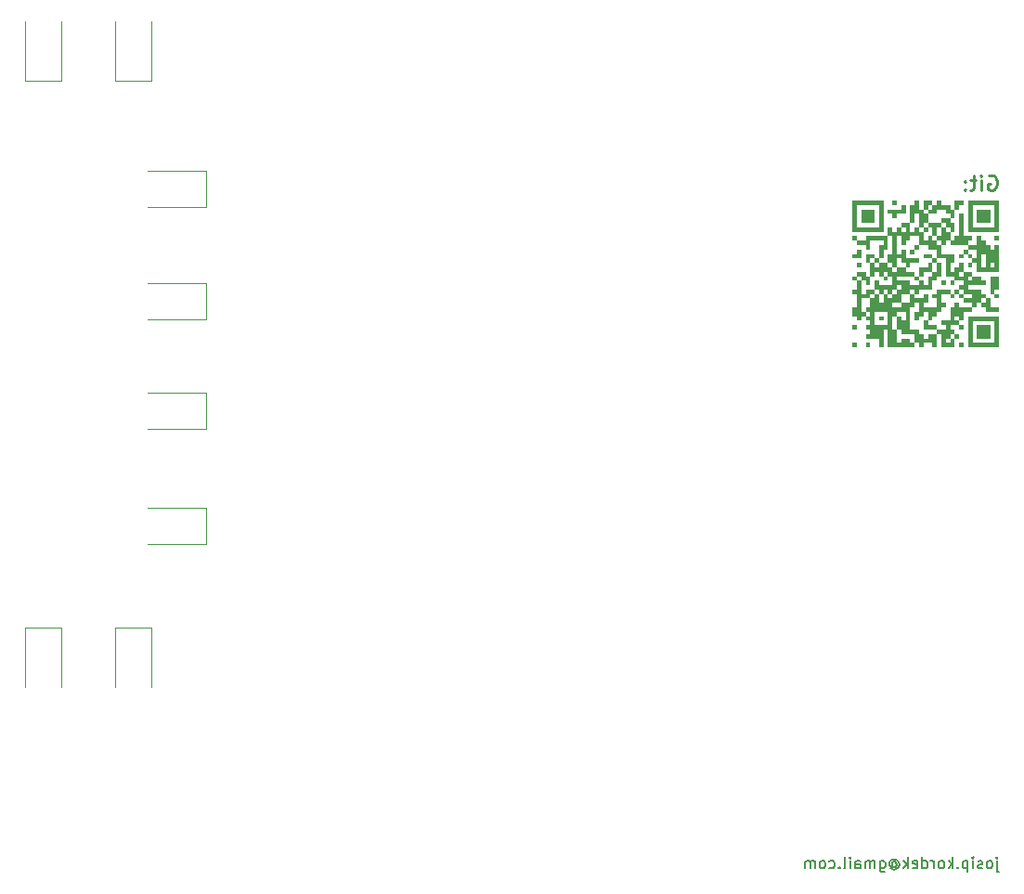
<source format=gbr>
%TF.GenerationSoftware,KiCad,Pcbnew,(6.0.6)*%
%TF.CreationDate,2022-09-15T12:52:00+02:00*%
%TF.ProjectId,myDAQExpansionBoard,6d794441-5145-4787-9061-6e73696f6e42,rev?*%
%TF.SameCoordinates,Original*%
%TF.FileFunction,Legend,Bot*%
%TF.FilePolarity,Positive*%
%FSLAX46Y46*%
G04 Gerber Fmt 4.6, Leading zero omitted, Abs format (unit mm)*
G04 Created by KiCad (PCBNEW (6.0.6)) date 2022-09-15 12:52:00*
%MOMM*%
%LPD*%
G01*
G04 APERTURE LIST*
%ADD10C,0.250000*%
%ADD11C,0.150000*%
%ADD12C,0.120000*%
G04 APERTURE END LIST*
D10*
X159950000Y-67300000D02*
X160083333Y-67233333D01*
X160283333Y-67233333D01*
X160483333Y-67300000D01*
X160616666Y-67433333D01*
X160683333Y-67566666D01*
X160750000Y-67833333D01*
X160750000Y-68033333D01*
X160683333Y-68300000D01*
X160616666Y-68433333D01*
X160483333Y-68566666D01*
X160283333Y-68633333D01*
X160150000Y-68633333D01*
X159950000Y-68566666D01*
X159883333Y-68500000D01*
X159883333Y-68033333D01*
X160150000Y-68033333D01*
X159283333Y-68633333D02*
X159283333Y-67700000D01*
X159283333Y-67233333D02*
X159350000Y-67300000D01*
X159283333Y-67366666D01*
X159216666Y-67300000D01*
X159283333Y-67233333D01*
X159283333Y-67366666D01*
X158816666Y-67700000D02*
X158283333Y-67700000D01*
X158616666Y-67233333D02*
X158616666Y-68433333D01*
X158550000Y-68566666D01*
X158416666Y-68633333D01*
X158283333Y-68633333D01*
X157816666Y-68500000D02*
X157750000Y-68566666D01*
X157816666Y-68633333D01*
X157883333Y-68566666D01*
X157816666Y-68500000D01*
X157816666Y-68633333D01*
X157816666Y-67766666D02*
X157750000Y-67833333D01*
X157816666Y-67900000D01*
X157883333Y-67833333D01*
X157816666Y-67766666D01*
X157816666Y-67900000D01*
D11*
X160738095Y-129785714D02*
X160738095Y-130642857D01*
X160785714Y-130738095D01*
X160880952Y-130785714D01*
X160928571Y-130785714D01*
X160738095Y-129452380D02*
X160785714Y-129500000D01*
X160738095Y-129547619D01*
X160690476Y-129500000D01*
X160738095Y-129452380D01*
X160738095Y-129547619D01*
X160119047Y-130452380D02*
X160214285Y-130404761D01*
X160261904Y-130357142D01*
X160309523Y-130261904D01*
X160309523Y-129976190D01*
X160261904Y-129880952D01*
X160214285Y-129833333D01*
X160119047Y-129785714D01*
X159976190Y-129785714D01*
X159880952Y-129833333D01*
X159833333Y-129880952D01*
X159785714Y-129976190D01*
X159785714Y-130261904D01*
X159833333Y-130357142D01*
X159880952Y-130404761D01*
X159976190Y-130452380D01*
X160119047Y-130452380D01*
X159404761Y-130404761D02*
X159309523Y-130452380D01*
X159119047Y-130452380D01*
X159023809Y-130404761D01*
X158976190Y-130309523D01*
X158976190Y-130261904D01*
X159023809Y-130166666D01*
X159119047Y-130119047D01*
X159261904Y-130119047D01*
X159357142Y-130071428D01*
X159404761Y-129976190D01*
X159404761Y-129928571D01*
X159357142Y-129833333D01*
X159261904Y-129785714D01*
X159119047Y-129785714D01*
X159023809Y-129833333D01*
X158547619Y-130452380D02*
X158547619Y-129785714D01*
X158547619Y-129452380D02*
X158595238Y-129500000D01*
X158547619Y-129547619D01*
X158500000Y-129500000D01*
X158547619Y-129452380D01*
X158547619Y-129547619D01*
X158071428Y-129785714D02*
X158071428Y-130785714D01*
X158071428Y-129833333D02*
X157976190Y-129785714D01*
X157785714Y-129785714D01*
X157690476Y-129833333D01*
X157642857Y-129880952D01*
X157595238Y-129976190D01*
X157595238Y-130261904D01*
X157642857Y-130357142D01*
X157690476Y-130404761D01*
X157785714Y-130452380D01*
X157976190Y-130452380D01*
X158071428Y-130404761D01*
X157166666Y-130357142D02*
X157119047Y-130404761D01*
X157166666Y-130452380D01*
X157214285Y-130404761D01*
X157166666Y-130357142D01*
X157166666Y-130452380D01*
X156690476Y-130452380D02*
X156690476Y-129452380D01*
X156595238Y-130071428D02*
X156309523Y-130452380D01*
X156309523Y-129785714D02*
X156690476Y-130166666D01*
X155738095Y-130452380D02*
X155833333Y-130404761D01*
X155880952Y-130357142D01*
X155928571Y-130261904D01*
X155928571Y-129976190D01*
X155880952Y-129880952D01*
X155833333Y-129833333D01*
X155738095Y-129785714D01*
X155595238Y-129785714D01*
X155500000Y-129833333D01*
X155452380Y-129880952D01*
X155404761Y-129976190D01*
X155404761Y-130261904D01*
X155452380Y-130357142D01*
X155500000Y-130404761D01*
X155595238Y-130452380D01*
X155738095Y-130452380D01*
X154976190Y-130452380D02*
X154976190Y-129785714D01*
X154976190Y-129976190D02*
X154928571Y-129880952D01*
X154880952Y-129833333D01*
X154785714Y-129785714D01*
X154690476Y-129785714D01*
X153928571Y-130452380D02*
X153928571Y-129452380D01*
X153928571Y-130404761D02*
X154023809Y-130452380D01*
X154214285Y-130452380D01*
X154309523Y-130404761D01*
X154357142Y-130357142D01*
X154404761Y-130261904D01*
X154404761Y-129976190D01*
X154357142Y-129880952D01*
X154309523Y-129833333D01*
X154214285Y-129785714D01*
X154023809Y-129785714D01*
X153928571Y-129833333D01*
X153071428Y-130404761D02*
X153166666Y-130452380D01*
X153357142Y-130452380D01*
X153452380Y-130404761D01*
X153500000Y-130309523D01*
X153500000Y-129928571D01*
X153452380Y-129833333D01*
X153357142Y-129785714D01*
X153166666Y-129785714D01*
X153071428Y-129833333D01*
X153023809Y-129928571D01*
X153023809Y-130023809D01*
X153500000Y-130119047D01*
X152595238Y-130452380D02*
X152595238Y-129452380D01*
X152500000Y-130071428D02*
X152214285Y-130452380D01*
X152214285Y-129785714D02*
X152595238Y-130166666D01*
X151166666Y-129976190D02*
X151214285Y-129928571D01*
X151309523Y-129880952D01*
X151404761Y-129880952D01*
X151500000Y-129928571D01*
X151547619Y-129976190D01*
X151595238Y-130071428D01*
X151595238Y-130166666D01*
X151547619Y-130261904D01*
X151500000Y-130309523D01*
X151404761Y-130357142D01*
X151309523Y-130357142D01*
X151214285Y-130309523D01*
X151166666Y-130261904D01*
X151166666Y-129880952D02*
X151166666Y-130261904D01*
X151119047Y-130309523D01*
X151071428Y-130309523D01*
X150976190Y-130261904D01*
X150928571Y-130166666D01*
X150928571Y-129928571D01*
X151023809Y-129785714D01*
X151166666Y-129690476D01*
X151357142Y-129642857D01*
X151547619Y-129690476D01*
X151690476Y-129785714D01*
X151785714Y-129928571D01*
X151833333Y-130119047D01*
X151785714Y-130309523D01*
X151690476Y-130452380D01*
X151547619Y-130547619D01*
X151357142Y-130595238D01*
X151166666Y-130547619D01*
X151023809Y-130452380D01*
X150071428Y-129785714D02*
X150071428Y-130595238D01*
X150119047Y-130690476D01*
X150166666Y-130738095D01*
X150261904Y-130785714D01*
X150404761Y-130785714D01*
X150500000Y-130738095D01*
X150071428Y-130404761D02*
X150166666Y-130452380D01*
X150357142Y-130452380D01*
X150452380Y-130404761D01*
X150500000Y-130357142D01*
X150547619Y-130261904D01*
X150547619Y-129976190D01*
X150500000Y-129880952D01*
X150452380Y-129833333D01*
X150357142Y-129785714D01*
X150166666Y-129785714D01*
X150071428Y-129833333D01*
X149595238Y-130452380D02*
X149595238Y-129785714D01*
X149595238Y-129880952D02*
X149547619Y-129833333D01*
X149452380Y-129785714D01*
X149309523Y-129785714D01*
X149214285Y-129833333D01*
X149166666Y-129928571D01*
X149166666Y-130452380D01*
X149166666Y-129928571D02*
X149119047Y-129833333D01*
X149023809Y-129785714D01*
X148880952Y-129785714D01*
X148785714Y-129833333D01*
X148738095Y-129928571D01*
X148738095Y-130452380D01*
X147833333Y-130452380D02*
X147833333Y-129928571D01*
X147880952Y-129833333D01*
X147976190Y-129785714D01*
X148166666Y-129785714D01*
X148261904Y-129833333D01*
X147833333Y-130404761D02*
X147928571Y-130452380D01*
X148166666Y-130452380D01*
X148261904Y-130404761D01*
X148309523Y-130309523D01*
X148309523Y-130214285D01*
X148261904Y-130119047D01*
X148166666Y-130071428D01*
X147928571Y-130071428D01*
X147833333Y-130023809D01*
X147357142Y-130452380D02*
X147357142Y-129785714D01*
X147357142Y-129452380D02*
X147404761Y-129500000D01*
X147357142Y-129547619D01*
X147309523Y-129500000D01*
X147357142Y-129452380D01*
X147357142Y-129547619D01*
X146738095Y-130452380D02*
X146833333Y-130404761D01*
X146880952Y-130309523D01*
X146880952Y-129452380D01*
X146357142Y-130357142D02*
X146309523Y-130404761D01*
X146357142Y-130452380D01*
X146404761Y-130404761D01*
X146357142Y-130357142D01*
X146357142Y-130452380D01*
X145452380Y-130404761D02*
X145547619Y-130452380D01*
X145738095Y-130452380D01*
X145833333Y-130404761D01*
X145880952Y-130357142D01*
X145928571Y-130261904D01*
X145928571Y-129976190D01*
X145880952Y-129880952D01*
X145833333Y-129833333D01*
X145738095Y-129785714D01*
X145547619Y-129785714D01*
X145452380Y-129833333D01*
X144880952Y-130452380D02*
X144976190Y-130404761D01*
X145023809Y-130357142D01*
X145071428Y-130261904D01*
X145071428Y-129976190D01*
X145023809Y-129880952D01*
X144976190Y-129833333D01*
X144880952Y-129785714D01*
X144738095Y-129785714D01*
X144642857Y-129833333D01*
X144595238Y-129880952D01*
X144547619Y-129976190D01*
X144547619Y-130261904D01*
X144595238Y-130357142D01*
X144642857Y-130404761D01*
X144738095Y-130452380D01*
X144880952Y-130452380D01*
X144119047Y-130452380D02*
X144119047Y-129785714D01*
X144119047Y-129880952D02*
X144071428Y-129833333D01*
X143976190Y-129785714D01*
X143833333Y-129785714D01*
X143738095Y-129833333D01*
X143690476Y-129928571D01*
X143690476Y-130452380D01*
X143690476Y-129928571D02*
X143642857Y-129833333D01*
X143547619Y-129785714D01*
X143404761Y-129785714D01*
X143309523Y-129833333D01*
X143261904Y-129928571D01*
X143261904Y-130452380D01*
D12*
%TO.C,D6*%
X88650000Y-100900000D02*
X83250000Y-100900000D01*
X88650000Y-97600000D02*
X83250000Y-97600000D01*
X88650000Y-97600000D02*
X88650000Y-100900000D01*
%TO.C,G\u002A\u002A\u002A*%
G36*
X149580690Y-71593770D02*
G01*
X148364315Y-71593770D01*
X148364315Y-70377395D01*
X149580690Y-70377395D01*
X149580690Y-71593770D01*
G37*
G36*
X157689856Y-74837436D02*
G01*
X157284397Y-74837436D01*
X157284397Y-74431978D01*
X157689856Y-74431978D01*
X157689856Y-74837436D01*
G37*
G36*
X155662564Y-71999228D02*
G01*
X155257106Y-71999228D01*
X155257106Y-72810144D01*
X154851648Y-72810144D01*
X154851648Y-71999228D01*
X154446189Y-71999228D01*
X154446189Y-71593770D01*
X155662564Y-71593770D01*
X155662564Y-71999228D01*
G37*
G36*
X147958857Y-73215603D02*
G01*
X147553398Y-73215603D01*
X147553398Y-72810144D01*
X147958857Y-72810144D01*
X147958857Y-73215603D01*
G37*
G36*
X157689856Y-81324769D02*
G01*
X157284397Y-81324769D01*
X157284397Y-80919310D01*
X157689856Y-80919310D01*
X157689856Y-81324769D01*
G37*
G36*
X160933522Y-78486560D02*
G01*
X160528064Y-78486560D01*
X160528064Y-78081102D01*
X160933522Y-78081102D01*
X160933522Y-78486560D01*
G37*
G36*
X160933522Y-77675644D02*
G01*
X160528064Y-77675644D01*
X160528064Y-78081102D01*
X160122605Y-78081102D01*
X160122605Y-76459269D01*
X160933522Y-76459269D01*
X160933522Y-77675644D01*
G37*
G36*
X152418898Y-70782853D02*
G01*
X151607981Y-70782853D01*
X151607981Y-71188311D01*
X151202523Y-71188311D01*
X151202523Y-70782853D01*
X150797065Y-70782853D01*
X150797065Y-70377395D01*
X152013440Y-70377395D01*
X152013440Y-69971936D01*
X152418898Y-69971936D01*
X152418898Y-70782853D01*
G37*
G36*
X157689856Y-78486560D02*
G01*
X157284397Y-78486560D01*
X157284397Y-78081102D01*
X157689856Y-78081102D01*
X157689856Y-78486560D01*
G37*
G36*
X147553398Y-72404686D02*
G01*
X147553398Y-71973069D01*
X147985015Y-71973069D01*
X149959989Y-71973069D01*
X149959989Y-69998095D01*
X147985015Y-69998095D01*
X147985015Y-71973069D01*
X147553398Y-71973069D01*
X147553398Y-69566478D01*
X150391606Y-69566478D01*
X150391606Y-72404686D01*
X147553398Y-72404686D01*
G37*
G36*
X154446189Y-72404686D02*
G01*
X154040731Y-72404686D01*
X154040731Y-71999228D01*
X154446189Y-71999228D01*
X154446189Y-72404686D01*
G37*
G36*
X148364315Y-74837436D02*
G01*
X147553398Y-74837436D01*
X147553398Y-74431978D01*
X147958857Y-74431978D01*
X147958857Y-74026519D01*
X148364315Y-74026519D01*
X148364315Y-74837436D01*
G37*
G36*
X155257106Y-75242894D02*
G01*
X154851648Y-75242894D01*
X154851648Y-74837436D01*
X155257106Y-74837436D01*
X155257106Y-75242894D01*
G37*
G36*
X153229814Y-74431978D02*
G01*
X152824356Y-74431978D01*
X152824356Y-74026519D01*
X153229814Y-74026519D01*
X153229814Y-74431978D01*
G37*
G36*
X158906230Y-76053811D02*
G01*
X158906230Y-75648352D01*
X159311689Y-75648352D01*
X160528064Y-75648352D01*
X160528064Y-75242894D01*
X160122605Y-75242894D01*
X160122605Y-75648352D01*
X159717147Y-75648352D01*
X159717147Y-74431978D01*
X159311689Y-74431978D01*
X159311689Y-75648352D01*
X158906230Y-75648352D01*
X158906230Y-75242894D01*
X158500772Y-75242894D01*
X158500772Y-74837436D01*
X158095314Y-74837436D01*
X158095314Y-74431978D01*
X158500772Y-74431978D01*
X158500772Y-74837436D01*
X158906230Y-74837436D01*
X158906230Y-74026519D01*
X158095314Y-74026519D01*
X158095314Y-74431978D01*
X157689856Y-74431978D01*
X157689856Y-74026519D01*
X158095314Y-74026519D01*
X158095314Y-73621061D01*
X158906230Y-73621061D01*
X158906230Y-72810144D01*
X159311689Y-72810144D01*
X159311689Y-73215603D01*
X159717147Y-73215603D01*
X159717147Y-73621061D01*
X160122605Y-73621061D01*
X160122605Y-74026519D01*
X160528064Y-74026519D01*
X160528064Y-73621061D01*
X160933522Y-73621061D01*
X160933522Y-76053811D01*
X158906230Y-76053811D01*
G37*
G36*
X150797065Y-74026519D02*
G01*
X150391606Y-74026519D01*
X150391606Y-74837436D01*
X149986148Y-74837436D01*
X149986148Y-73621061D01*
X150391606Y-73621061D01*
X150391606Y-73215603D01*
X149175231Y-73215603D01*
X149175231Y-74026519D01*
X148769773Y-74026519D01*
X148769773Y-73621061D01*
X147958857Y-73621061D01*
X147958857Y-73215603D01*
X148769773Y-73215603D01*
X148769773Y-72810144D01*
X150797065Y-72810144D01*
X150797065Y-74026519D01*
G37*
G36*
X147958857Y-76864727D02*
G01*
X147553398Y-76864727D01*
X147553398Y-76459269D01*
X147958857Y-76459269D01*
X147958857Y-76864727D01*
G37*
G36*
X147958857Y-82946602D02*
G01*
X147553398Y-82946602D01*
X147553398Y-82541143D01*
X147958857Y-82541143D01*
X147958857Y-82946602D01*
G37*
G36*
X158095314Y-72404686D02*
G01*
X158095314Y-71973069D01*
X158526931Y-71973069D01*
X160501905Y-71973069D01*
X160501905Y-69998095D01*
X158526931Y-69998095D01*
X158526931Y-71973069D01*
X158095314Y-71973069D01*
X158095314Y-69566478D01*
X160933522Y-69566478D01*
X160933522Y-72404686D01*
X158095314Y-72404686D01*
G37*
G36*
X160122605Y-82135685D02*
G01*
X158906230Y-82135685D01*
X158906230Y-80919310D01*
X160122605Y-80919310D01*
X160122605Y-82135685D01*
G37*
G36*
X160933522Y-73215603D02*
G01*
X160528064Y-73215603D01*
X160528064Y-72810144D01*
X160933522Y-72810144D01*
X160933522Y-73215603D01*
G37*
G36*
X150391606Y-80513852D02*
G01*
X149986148Y-80513852D01*
X149986148Y-80108394D01*
X150391606Y-80108394D01*
X150391606Y-80513852D01*
G37*
G36*
X156068022Y-77270186D02*
G01*
X155662564Y-77270186D01*
X155662564Y-76864727D01*
X156068022Y-76864727D01*
X156068022Y-77270186D01*
G37*
G36*
X154851648Y-76053811D02*
G01*
X154040731Y-76053811D01*
X154040731Y-76459269D01*
X153635273Y-76459269D01*
X153635273Y-75648352D01*
X154446189Y-75648352D01*
X154446189Y-75242894D01*
X154851648Y-75242894D01*
X154851648Y-76053811D01*
G37*
G36*
X150797065Y-76864727D02*
G01*
X150391606Y-76864727D01*
X150391606Y-76459269D01*
X150797065Y-76459269D01*
X150797065Y-76864727D01*
G37*
G36*
X153635273Y-76864727D02*
G01*
X153229814Y-76864727D01*
X153229814Y-76459269D01*
X153635273Y-76459269D01*
X153635273Y-76864727D01*
G37*
G36*
X148364315Y-75648352D02*
G01*
X147958857Y-75648352D01*
X147958857Y-75242894D01*
X148364315Y-75242894D01*
X148364315Y-75648352D01*
G37*
G36*
X157284397Y-78081102D02*
G01*
X156878939Y-78081102D01*
X156878939Y-77675644D01*
X157284397Y-77675644D01*
X157284397Y-78081102D01*
G37*
G36*
X154851648Y-74837436D02*
G01*
X154040731Y-74837436D01*
X154040731Y-74431978D01*
X154851648Y-74431978D01*
X154851648Y-74837436D01*
G37*
G36*
X160122605Y-71593770D02*
G01*
X158906230Y-71593770D01*
X158906230Y-70377395D01*
X160122605Y-70377395D01*
X160122605Y-71593770D01*
G37*
G36*
X157689856Y-69971936D02*
G01*
X157284397Y-69971936D01*
X157284397Y-70377395D01*
X156878939Y-70377395D01*
X156878939Y-69566478D01*
X157689856Y-69566478D01*
X157689856Y-69971936D01*
G37*
G36*
X156878939Y-77270186D02*
G01*
X156473481Y-77270186D01*
X156473481Y-76864727D01*
X156878939Y-76864727D01*
X156878939Y-77270186D01*
G37*
G36*
X149175231Y-82946602D02*
G01*
X148769773Y-82946602D01*
X148769773Y-82541143D01*
X149175231Y-82541143D01*
X149175231Y-82946602D01*
G37*
G36*
X157689856Y-82946602D02*
G01*
X157284397Y-82946602D01*
X157284397Y-82541143D01*
X157689856Y-82541143D01*
X157689856Y-82946602D01*
G37*
G36*
X156878939Y-78486560D02*
G01*
X156473481Y-78486560D01*
X156473481Y-78081102D01*
X156878939Y-78081102D01*
X156878939Y-78486560D01*
G37*
G36*
X147958857Y-81324769D02*
G01*
X147553398Y-81324769D01*
X147553398Y-80919310D01*
X147958857Y-80919310D01*
X147958857Y-81324769D01*
G37*
G36*
X157689856Y-72810144D02*
G01*
X158500772Y-72810144D01*
X158500772Y-73215603D01*
X158095314Y-73215603D01*
X158095314Y-73621061D01*
X156473481Y-73621061D01*
X156473481Y-73215603D01*
X156878939Y-73215603D01*
X156878939Y-72810144D01*
X157284397Y-72810144D01*
X157284397Y-70782853D01*
X157689856Y-70782853D01*
X157689856Y-72810144D01*
G37*
G36*
X153635273Y-74026519D02*
G01*
X153229814Y-74026519D01*
X153229814Y-73621061D01*
X153635273Y-73621061D01*
X153635273Y-74026519D01*
G37*
G36*
X159717147Y-78486560D02*
G01*
X160122605Y-78486560D01*
X160122605Y-79297477D01*
X160933522Y-79297477D01*
X160933522Y-79702935D01*
X159717147Y-79702935D01*
X159717147Y-79297477D01*
X159311689Y-79297477D01*
X159311689Y-78892019D01*
X159717147Y-78892019D01*
X159717147Y-78486560D01*
G37*
G36*
X149986148Y-75242894D02*
G01*
X150797065Y-75242894D01*
X150797065Y-74431978D01*
X151202523Y-74431978D01*
X151202523Y-72810144D01*
X150797065Y-72810144D01*
X150797065Y-71999228D01*
X151202523Y-71999228D01*
X151202523Y-72404686D01*
X151607981Y-72404686D01*
X152013440Y-72404686D01*
X152418898Y-72404686D01*
X152418898Y-71999228D01*
X152013440Y-71999228D01*
X152013440Y-72404686D01*
X151607981Y-72404686D01*
X151607981Y-71999228D01*
X152013440Y-71999228D01*
X152013440Y-71593770D01*
X152824356Y-71593770D01*
X152824356Y-69971936D01*
X153229814Y-69971936D01*
X153229814Y-69566478D01*
X153635273Y-69566478D01*
X153635273Y-70377395D01*
X154040731Y-70377395D01*
X154040731Y-69566478D01*
X154851648Y-69566478D01*
X154851648Y-69971936D01*
X155257106Y-69971936D01*
X155257106Y-69566478D01*
X155662564Y-69566478D01*
X155662564Y-69971936D01*
X156473481Y-69971936D01*
X156473481Y-70377395D01*
X156878939Y-70377395D01*
X156878939Y-71188311D01*
X156473481Y-71188311D01*
X156473481Y-70782853D01*
X156068022Y-70782853D01*
X156068022Y-70377395D01*
X155257106Y-70377395D01*
X155257106Y-70782853D01*
X154446189Y-70782853D01*
X154446189Y-70377395D01*
X154851648Y-70377395D01*
X154851648Y-69971936D01*
X154446189Y-69971936D01*
X154446189Y-70377395D01*
X154040731Y-70377395D01*
X154040731Y-70782853D01*
X154446189Y-70782853D01*
X154446189Y-71593770D01*
X154040731Y-71593770D01*
X154040731Y-71999228D01*
X153635273Y-71999228D01*
X153635273Y-70782853D01*
X153229814Y-70782853D01*
X153229814Y-71593770D01*
X152824356Y-71593770D01*
X152824356Y-72404686D01*
X153229814Y-72404686D01*
X153229814Y-71999228D01*
X153635273Y-71999228D01*
X153635273Y-72404686D01*
X154040731Y-72404686D01*
X154040731Y-73215603D01*
X154446189Y-73215603D01*
X154446189Y-72810144D01*
X154851648Y-72810144D01*
X154851648Y-73215603D01*
X155257106Y-73215603D01*
X155257106Y-72810144D01*
X155662564Y-72810144D01*
X155662564Y-71999228D01*
X156068022Y-71999228D01*
X156068022Y-71593770D01*
X155662564Y-71593770D01*
X155662564Y-71188311D01*
X156473481Y-71188311D01*
X156473481Y-71593770D01*
X156878939Y-71593770D01*
X156878939Y-72404686D01*
X156473481Y-72404686D01*
X156473481Y-71999228D01*
X156068022Y-71999228D01*
X156068022Y-72404686D01*
X156473481Y-72404686D01*
X156473481Y-73215603D01*
X156068022Y-73215603D01*
X156068022Y-73621061D01*
X155662564Y-73621061D01*
X155662564Y-73215603D01*
X155257106Y-73215603D01*
X155257106Y-73621061D01*
X155662564Y-73621061D01*
X155662564Y-74431978D01*
X156878939Y-74431978D01*
X156878939Y-75242894D01*
X156473481Y-75242894D01*
X156473481Y-76053811D01*
X156878939Y-76053811D01*
X156878939Y-75648352D01*
X157284397Y-75648352D01*
X157284397Y-75242894D01*
X157689856Y-75242894D01*
X157689856Y-76053811D01*
X157284397Y-76053811D01*
X157284397Y-76459269D01*
X157689856Y-76459269D01*
X157689856Y-76053811D01*
X158500772Y-76053811D01*
X158500772Y-76459269D01*
X159311689Y-76459269D01*
X159311689Y-76864727D01*
X159717147Y-76864727D01*
X159717147Y-77270186D01*
X158095314Y-77270186D01*
X158095314Y-77675644D01*
X159311689Y-77675644D01*
X159311689Y-78081102D01*
X159717147Y-78081102D01*
X159717147Y-78486560D01*
X159311689Y-78486560D01*
X159311689Y-78892019D01*
X158906230Y-78892019D01*
X158906230Y-79297477D01*
X158500772Y-79297477D01*
X158500772Y-78892019D01*
X157689856Y-78892019D01*
X157689856Y-78486560D01*
X158500772Y-78486560D01*
X158500772Y-78081102D01*
X157689856Y-78081102D01*
X157689856Y-77675644D01*
X157284397Y-77675644D01*
X157284397Y-77270186D01*
X157689856Y-77270186D01*
X157689856Y-76864727D01*
X158095314Y-76864727D01*
X158500772Y-76864727D01*
X158500772Y-76459269D01*
X158095314Y-76459269D01*
X158095314Y-76864727D01*
X157689856Y-76864727D01*
X156878939Y-76864727D01*
X156878939Y-76459269D01*
X156068022Y-76459269D01*
X156068022Y-74837436D01*
X155257106Y-74837436D01*
X155257106Y-74026519D01*
X154446189Y-74026519D01*
X154446189Y-73621061D01*
X153635273Y-73621061D01*
X153635273Y-72810144D01*
X152824356Y-72810144D01*
X152824356Y-73215603D01*
X152418898Y-73215603D01*
X152418898Y-73621061D01*
X152013440Y-73621061D01*
X152013440Y-72810144D01*
X151607981Y-72810144D01*
X151607981Y-74431978D01*
X152013440Y-74431978D01*
X152013440Y-74026519D01*
X152418898Y-74026519D01*
X152418898Y-74837436D01*
X153635273Y-74837436D01*
X153635273Y-75242894D01*
X152824356Y-75242894D01*
X152824356Y-75648352D01*
X152418898Y-75648352D01*
X152418898Y-75242894D01*
X152013440Y-75242894D01*
X152013440Y-74837436D01*
X151607981Y-74837436D01*
X151607981Y-75648352D01*
X152418898Y-75648352D01*
X152418898Y-76053811D01*
X153229814Y-76053811D01*
X153229814Y-76459269D01*
X151607981Y-76459269D01*
X151607981Y-76864727D01*
X152824356Y-76864727D01*
X152824356Y-77270186D01*
X153635273Y-77270186D01*
X153635273Y-76864727D01*
X154040731Y-76864727D01*
X154040731Y-77270186D01*
X154446189Y-77270186D01*
X154446189Y-76459269D01*
X154851648Y-76459269D01*
X154851648Y-76053811D01*
X155257106Y-76053811D01*
X155257106Y-75242894D01*
X155662564Y-75242894D01*
X155662564Y-76459269D01*
X155257106Y-76459269D01*
X155257106Y-76864727D01*
X154851648Y-76864727D01*
X154851648Y-77675644D01*
X153635273Y-77675644D01*
X153635273Y-78081102D01*
X153229814Y-78081102D01*
X153229814Y-77675644D01*
X152824356Y-77675644D01*
X152824356Y-78081102D01*
X153229814Y-78081102D01*
X153229814Y-78486560D01*
X154040731Y-78486560D01*
X154040731Y-78081102D01*
X154446189Y-78081102D01*
X154446189Y-78892019D01*
X154040731Y-78892019D01*
X154040731Y-79297477D01*
X155257106Y-79297477D01*
X155257106Y-78486560D01*
X154851648Y-78486560D01*
X154851648Y-78081102D01*
X155257106Y-78081102D01*
X155257106Y-77675644D01*
X156473481Y-77675644D01*
X156473481Y-78081102D01*
X155662564Y-78081102D01*
X155662564Y-78892019D01*
X156068022Y-78892019D01*
X156068022Y-79297477D01*
X155662564Y-79297477D01*
X155662564Y-79702935D01*
X155257106Y-79702935D01*
X155257106Y-80108394D01*
X154851648Y-80108394D01*
X154851648Y-80513852D01*
X154446189Y-80513852D01*
X154446189Y-79702935D01*
X154040731Y-79702935D01*
X154040731Y-80108394D01*
X153635273Y-80108394D01*
X153635273Y-80513852D01*
X153229814Y-80513852D01*
X153229814Y-79702935D01*
X153635273Y-79702935D01*
X153635273Y-78892019D01*
X153229814Y-78892019D01*
X153229814Y-79297477D01*
X152824356Y-79297477D01*
X152824356Y-81324769D01*
X153635273Y-81324769D01*
X153635273Y-81730227D01*
X154040731Y-81730227D01*
X154040731Y-82135685D01*
X154446189Y-82135685D01*
X154446189Y-81730227D01*
X155257106Y-81730227D01*
X155257106Y-82946602D01*
X154851648Y-82946602D01*
X154851648Y-82541143D01*
X154040731Y-82541143D01*
X154040731Y-82946602D01*
X153635273Y-82946602D01*
X153635273Y-82541143D01*
X153229814Y-82541143D01*
X153229814Y-81730227D01*
X152013440Y-81730227D01*
X152013440Y-81324769D01*
X151607981Y-81324769D01*
X151607981Y-80108394D01*
X152013440Y-80108394D01*
X152013440Y-80513852D01*
X152418898Y-80513852D01*
X152418898Y-79702935D01*
X151607981Y-79702935D01*
X151607981Y-80108394D01*
X151202523Y-80108394D01*
X151202523Y-81324769D01*
X151607981Y-81324769D01*
X151607981Y-82541143D01*
X152013440Y-82541143D01*
X152013440Y-82135685D01*
X152824356Y-82135685D01*
X152824356Y-82541143D01*
X153229814Y-82541143D01*
X153229814Y-82946602D01*
X150797065Y-82946602D01*
X150797065Y-81324769D01*
X150391606Y-81324769D01*
X150391606Y-82946602D01*
X149986148Y-82946602D01*
X149986148Y-82135685D01*
X148769773Y-82135685D01*
X148769773Y-81730227D01*
X149175231Y-81730227D01*
X149175231Y-81324769D01*
X148769773Y-81324769D01*
X148769773Y-80919310D01*
X149175231Y-80919310D01*
X149580690Y-80919310D01*
X150797065Y-80919310D01*
X150797065Y-79702935D01*
X149580690Y-79702935D01*
X149580690Y-80919310D01*
X149175231Y-80919310D01*
X149175231Y-80513852D01*
X148769773Y-80513852D01*
X148769773Y-80108394D01*
X149175231Y-80108394D01*
X149175231Y-79702935D01*
X148769773Y-79702935D01*
X148769773Y-80108394D01*
X148364315Y-80108394D01*
X148364315Y-80513852D01*
X147958857Y-80513852D01*
X147958857Y-80108394D01*
X147553398Y-80108394D01*
X147553398Y-79702935D01*
X148364315Y-79702935D01*
X148769773Y-79702935D01*
X148769773Y-79297477D01*
X152013440Y-79297477D01*
X152013440Y-78892019D01*
X152824356Y-78892019D01*
X152824356Y-78081102D01*
X152013440Y-78081102D01*
X152013440Y-78892019D01*
X151202523Y-78892019D01*
X151202523Y-79297477D01*
X149175231Y-79297477D01*
X149175231Y-78486560D01*
X149580690Y-78486560D01*
X149580690Y-78081102D01*
X149986148Y-78081102D01*
X149986148Y-78892019D01*
X150391606Y-78892019D01*
X150391606Y-78081102D01*
X150797065Y-78081102D01*
X150797065Y-78486560D01*
X151202523Y-78486560D01*
X151202523Y-78081102D01*
X151607981Y-78081102D01*
X151607981Y-77675644D01*
X152013440Y-77675644D01*
X152013440Y-77270186D01*
X151607981Y-77270186D01*
X151607981Y-77675644D01*
X151202523Y-77675644D01*
X151202523Y-78081102D01*
X150797065Y-78081102D01*
X150797065Y-77675644D01*
X150391606Y-77675644D01*
X150391606Y-78081102D01*
X149986148Y-78081102D01*
X149986148Y-77675644D01*
X149580690Y-77675644D01*
X149580690Y-78081102D01*
X149175231Y-78081102D01*
X149175231Y-78486560D01*
X148364315Y-78486560D01*
X148364315Y-79702935D01*
X147553398Y-79702935D01*
X147553398Y-79297477D01*
X147958857Y-79297477D01*
X147958857Y-78081102D01*
X148364315Y-78081102D01*
X148769773Y-78081102D01*
X148769773Y-77675644D01*
X149580690Y-77675644D01*
X149580690Y-76864727D01*
X149986148Y-76864727D01*
X149986148Y-77270186D01*
X151202523Y-77270186D01*
X151202523Y-76459269D01*
X150797065Y-76459269D01*
X150797065Y-76053811D01*
X150391606Y-76053811D01*
X150391606Y-76459269D01*
X149986148Y-76459269D01*
X149986148Y-76053811D01*
X149580690Y-76053811D01*
X149580690Y-76459269D01*
X149175231Y-76459269D01*
X149175231Y-77270186D01*
X148769773Y-77270186D01*
X148769773Y-76864727D01*
X148364315Y-76864727D01*
X148364315Y-78081102D01*
X147958857Y-78081102D01*
X147553398Y-78081102D01*
X147553398Y-77675644D01*
X147958857Y-77675644D01*
X147958857Y-76864727D01*
X148364315Y-76864727D01*
X148364315Y-76459269D01*
X147958857Y-76459269D01*
X147958857Y-76053811D01*
X148769773Y-76053811D01*
X148769773Y-76459269D01*
X149175231Y-76459269D01*
X149175231Y-75242894D01*
X148769773Y-75242894D01*
X148769773Y-74431978D01*
X149580690Y-74431978D01*
X149580690Y-74837436D01*
X149175231Y-74837436D01*
X149175231Y-75242894D01*
X149580690Y-75242894D01*
X149580690Y-75648352D01*
X149986148Y-75648352D01*
X150797065Y-75648352D01*
X151202523Y-75648352D01*
X151202523Y-76053811D01*
X151607981Y-76053811D01*
X151607981Y-75648352D01*
X151202523Y-75648352D01*
X151202523Y-75242894D01*
X150797065Y-75242894D01*
X150797065Y-75648352D01*
X149986148Y-75648352D01*
X149986148Y-75242894D01*
X149580690Y-75242894D01*
X149580690Y-74837436D01*
X149986148Y-74837436D01*
X149986148Y-75242894D01*
G37*
G36*
X154446189Y-80919310D02*
G01*
X155257106Y-80919310D01*
X155257106Y-81324769D01*
X154040731Y-81324769D01*
X154040731Y-80513852D01*
X154446189Y-80513852D01*
X154446189Y-80919310D01*
G37*
G36*
X151607981Y-69971936D02*
G01*
X151202523Y-69971936D01*
X151202523Y-69566478D01*
X151607981Y-69566478D01*
X151607981Y-69971936D01*
G37*
G36*
X158500772Y-75648352D02*
G01*
X158095314Y-75648352D01*
X158095314Y-75242894D01*
X158500772Y-75242894D01*
X158500772Y-75648352D01*
G37*
G36*
X156473481Y-82135685D02*
G01*
X156878939Y-82135685D01*
X156878939Y-82946602D01*
X155662564Y-82946602D01*
X155662564Y-81730227D01*
X155257106Y-81730227D01*
X155257106Y-81324769D01*
X156068022Y-81324769D01*
X156068022Y-80919310D01*
X155662564Y-80919310D01*
X155662564Y-80513852D01*
X156473481Y-80513852D01*
X156473481Y-79297477D01*
X156878939Y-79297477D01*
X156878939Y-78892019D01*
X157284397Y-78892019D01*
X157284397Y-79297477D01*
X158500772Y-79297477D01*
X158500772Y-79702935D01*
X157689856Y-79702935D01*
X157689856Y-80513852D01*
X157284397Y-80513852D01*
X157284397Y-80108394D01*
X156878939Y-80108394D01*
X156878939Y-80513852D01*
X157284397Y-80513852D01*
X157284397Y-80919310D01*
X156473481Y-80919310D01*
X156473481Y-81324769D01*
X156878939Y-81324769D01*
X156878939Y-81730227D01*
X156473481Y-81730227D01*
X156473481Y-82135685D01*
X156068022Y-82135685D01*
X156068022Y-82541143D01*
X156473481Y-82541143D01*
X156473481Y-82135685D01*
G37*
G36*
X157284397Y-81730227D02*
G01*
X157284397Y-82135685D01*
X156878939Y-82135685D01*
X156878939Y-81730227D01*
X157284397Y-81730227D01*
G37*
G36*
X158095314Y-82946602D02*
G01*
X158095314Y-82514985D01*
X158526931Y-82514985D01*
X160501905Y-82514985D01*
X160501905Y-80540011D01*
X158526931Y-80540011D01*
X158526931Y-82514985D01*
X158095314Y-82514985D01*
X158095314Y-80108394D01*
X160933522Y-80108394D01*
X160933522Y-82946602D01*
X158095314Y-82946602D01*
G37*
%TO.C,D5*%
X88650000Y-87100000D02*
X83250000Y-87100000D01*
X88650000Y-87100000D02*
X88650000Y-90400000D01*
X88650000Y-90400000D02*
X83250000Y-90400000D01*
%TO.C,D10*%
X72100000Y-108500000D02*
X75400000Y-108500000D01*
X72100000Y-108500000D02*
X72100000Y-113900000D01*
X75400000Y-108500000D02*
X75400000Y-113900000D01*
%TO.C,D11*%
X80350000Y-58650000D02*
X80350000Y-53250000D01*
X83650000Y-58650000D02*
X80350000Y-58650000D01*
X83650000Y-58650000D02*
X83650000Y-53250000D01*
%TO.C,D9*%
X80350000Y-108500000D02*
X80350000Y-113900000D01*
X80350000Y-108500000D02*
X83650000Y-108500000D01*
X83650000Y-108500000D02*
X83650000Y-113900000D01*
%TO.C,D7*%
X88650000Y-77100000D02*
X83250000Y-77100000D01*
X88650000Y-77100000D02*
X88650000Y-80400000D01*
X88650000Y-80400000D02*
X83250000Y-80400000D01*
%TO.C,D12*%
X75400000Y-58650000D02*
X72100000Y-58650000D01*
X75400000Y-58650000D02*
X75400000Y-53250000D01*
X72100000Y-58650000D02*
X72100000Y-53250000D01*
%TO.C,D8*%
X88650000Y-66850000D02*
X88650000Y-70150000D01*
X88650000Y-66850000D02*
X83250000Y-66850000D01*
X88650000Y-70150000D02*
X83250000Y-70150000D01*
%TD*%
M02*

</source>
